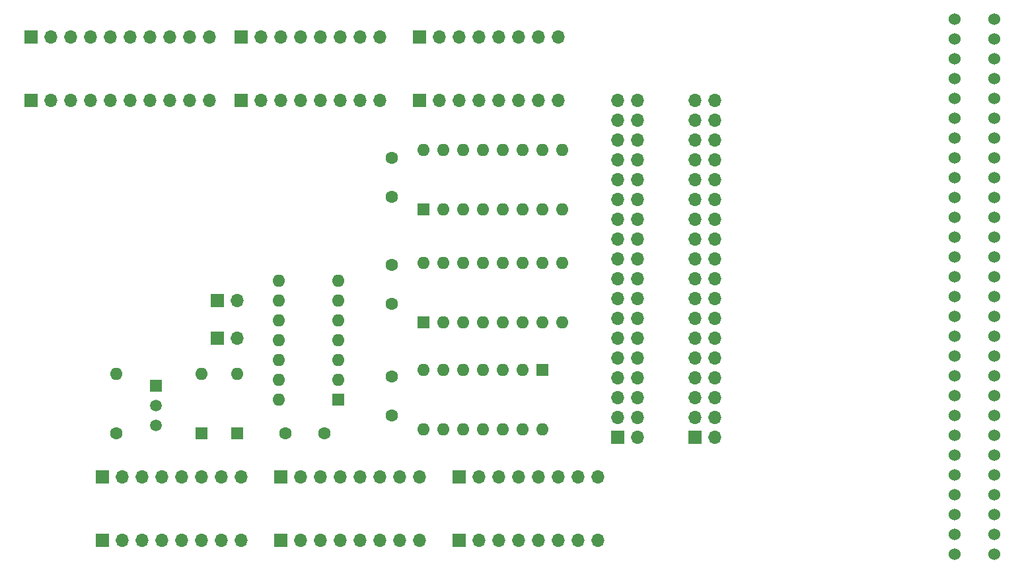
<source format=gbr>
G04 #@! TF.GenerationSoftware,KiCad,Pcbnew,(5.1.4)-1*
G04 #@! TF.CreationDate,2020-02-14T01:18:51+01:00*
G04 #@! TF.ProjectId,ZXShield,5a585368-6965-46c6-942e-6b696361645f,rev?*
G04 #@! TF.SameCoordinates,Original*
G04 #@! TF.FileFunction,Soldermask,Bot*
G04 #@! TF.FilePolarity,Negative*
%FSLAX46Y46*%
G04 Gerber Fmt 4.6, Leading zero omitted, Abs format (unit mm)*
G04 Created by KiCad (PCBNEW (5.1.4)-1) date 2020-02-14 01:18:51*
%MOMM*%
%LPD*%
G04 APERTURE LIST*
%ADD10C,1.500000*%
%ADD11R,1.500000X1.500000*%
%ADD12O,1.600000X1.600000*%
%ADD13C,1.600000*%
%ADD14C,1.524000*%
%ADD15O,1.700000X1.700000*%
%ADD16R,1.700000X1.700000*%
%ADD17R,1.600000X1.600000*%
G04 APERTURE END LIST*
D10*
X130810000Y-107442000D03*
X130810000Y-109982000D03*
D11*
X130810000Y-104902000D03*
D12*
X125730000Y-103378000D03*
D13*
X125730000Y-110998000D03*
D14*
X233192000Y-93472000D03*
X233192000Y-90932000D03*
X233192000Y-88392000D03*
X233192000Y-85852000D03*
X233192000Y-83312000D03*
X233192000Y-80772000D03*
X233192000Y-78232000D03*
X233192000Y-75692000D03*
X233192000Y-73152000D03*
X233192000Y-70612000D03*
X233192000Y-68072000D03*
X233192000Y-65532000D03*
X233192000Y-62992000D03*
X233192000Y-60452000D03*
X233192000Y-57912000D03*
X233192000Y-96012000D03*
X233192000Y-98552000D03*
X233192000Y-101092000D03*
X233192000Y-103632000D03*
X233192000Y-106172000D03*
X233192000Y-108712000D03*
X233192000Y-111252000D03*
X233192000Y-113792000D03*
X233192000Y-116332000D03*
X233192000Y-118872000D03*
X233192000Y-121412000D03*
X233192000Y-123952000D03*
X233192000Y-126492000D03*
X238232000Y-126492000D03*
X238232000Y-123952000D03*
X238232000Y-121412000D03*
X238232000Y-118872000D03*
X238232000Y-116332000D03*
X238232000Y-113792000D03*
X238232000Y-111252000D03*
X238232000Y-108712000D03*
X238232000Y-106172000D03*
X238232000Y-103632000D03*
X238232000Y-101092000D03*
X238232000Y-98552000D03*
X238232000Y-96012000D03*
X238232000Y-57912000D03*
X238232000Y-60452000D03*
X238232000Y-62992000D03*
X238232000Y-65532000D03*
X238232000Y-68072000D03*
X238232000Y-70612000D03*
X238232000Y-73152000D03*
X238232000Y-75692000D03*
X238232000Y-78232000D03*
X238232000Y-80772000D03*
X238232000Y-83312000D03*
X238232000Y-85852000D03*
X238232000Y-88392000D03*
X238232000Y-90932000D03*
X238232000Y-93472000D03*
D15*
X202438000Y-68326000D03*
X199898000Y-68326000D03*
X202438000Y-70866000D03*
X199898000Y-70866000D03*
X202438000Y-73406000D03*
X199898000Y-73406000D03*
X202438000Y-75946000D03*
X199898000Y-75946000D03*
X202438000Y-78486000D03*
X199898000Y-78486000D03*
X202438000Y-81026000D03*
X199898000Y-81026000D03*
X202438000Y-83566000D03*
X199898000Y-83566000D03*
X202438000Y-86106000D03*
X199898000Y-86106000D03*
X202438000Y-88646000D03*
X199898000Y-88646000D03*
X202438000Y-91186000D03*
X199898000Y-91186000D03*
X202438000Y-93726000D03*
X199898000Y-93726000D03*
X202438000Y-96266000D03*
X199898000Y-96266000D03*
X202438000Y-98806000D03*
X199898000Y-98806000D03*
X202438000Y-101346000D03*
X199898000Y-101346000D03*
X202438000Y-103886000D03*
X199898000Y-103886000D03*
X202438000Y-106426000D03*
X199898000Y-106426000D03*
X202438000Y-108966000D03*
X199898000Y-108966000D03*
X202438000Y-111506000D03*
D16*
X199898000Y-111506000D03*
D13*
X161036000Y-80692000D03*
X161036000Y-75692000D03*
D17*
X165100000Y-82296000D03*
D12*
X182880000Y-74676000D03*
X167640000Y-82296000D03*
X180340000Y-74676000D03*
X170180000Y-82296000D03*
X177800000Y-74676000D03*
X172720000Y-82296000D03*
X175260000Y-74676000D03*
X175260000Y-82296000D03*
X172720000Y-74676000D03*
X177800000Y-82296000D03*
X170180000Y-74676000D03*
X180340000Y-82296000D03*
X167640000Y-74676000D03*
X182880000Y-82296000D03*
X165100000Y-74676000D03*
D15*
X141224000Y-93980000D03*
D16*
X138684000Y-93980000D03*
D15*
X141224000Y-98806000D03*
D16*
X138684000Y-98806000D03*
D12*
X141218000Y-103378000D03*
D17*
X141218000Y-110998000D03*
D12*
X136652000Y-103378000D03*
D17*
X136652000Y-110998000D03*
D15*
X182372000Y-60198000D03*
X179832000Y-60198000D03*
X177292000Y-60198000D03*
X174752000Y-60198000D03*
X172212000Y-60198000D03*
X169672000Y-60198000D03*
X167132000Y-60198000D03*
D16*
X164592000Y-60198000D03*
D15*
X159512000Y-60198000D03*
X156972000Y-60198000D03*
X154432000Y-60198000D03*
X151892000Y-60198000D03*
X149352000Y-60198000D03*
X146812000Y-60198000D03*
X144272000Y-60198000D03*
D16*
X141732000Y-60198000D03*
D15*
X137668000Y-60198000D03*
X135128000Y-60198000D03*
X132588000Y-60198000D03*
X130048000Y-60198000D03*
X127508000Y-60198000D03*
X124968000Y-60198000D03*
X122428000Y-60198000D03*
X119888000Y-60198000D03*
X117348000Y-60198000D03*
D16*
X114808000Y-60198000D03*
D15*
X187452000Y-124714000D03*
X184912000Y-124714000D03*
X182372000Y-124714000D03*
X179832000Y-124714000D03*
X177292000Y-124714000D03*
X174752000Y-124714000D03*
X172212000Y-124714000D03*
D16*
X169672000Y-124714000D03*
D15*
X164592000Y-124714000D03*
X162052000Y-124714000D03*
X159512000Y-124714000D03*
X156972000Y-124714000D03*
X154432000Y-124714000D03*
X151892000Y-124714000D03*
X149352000Y-124714000D03*
D16*
X146812000Y-124714000D03*
D15*
X141732000Y-124714000D03*
X139192000Y-124714000D03*
X136652000Y-124714000D03*
X134112000Y-124714000D03*
X131572000Y-124714000D03*
X129032000Y-124714000D03*
X126492000Y-124714000D03*
D16*
X123952000Y-124714000D03*
D15*
X182372000Y-68326000D03*
X179832000Y-68326000D03*
X177292000Y-68326000D03*
X174752000Y-68326000D03*
X172212000Y-68326000D03*
X169672000Y-68326000D03*
X167132000Y-68326000D03*
D16*
X164592000Y-68326000D03*
D15*
X159512000Y-68326000D03*
X156972000Y-68326000D03*
X154432000Y-68326000D03*
X151892000Y-68326000D03*
X149352000Y-68326000D03*
X146812000Y-68326000D03*
X144272000Y-68326000D03*
D16*
X141732000Y-68326000D03*
D15*
X137668000Y-68326000D03*
X135128000Y-68326000D03*
X132588000Y-68326000D03*
X130048000Y-68326000D03*
X127508000Y-68326000D03*
X124968000Y-68326000D03*
X122428000Y-68326000D03*
X119888000Y-68326000D03*
X117348000Y-68326000D03*
D16*
X114808000Y-68326000D03*
D15*
X187452000Y-116586000D03*
X184912000Y-116586000D03*
X182372000Y-116586000D03*
X179832000Y-116586000D03*
X177292000Y-116586000D03*
X174752000Y-116586000D03*
X172212000Y-116586000D03*
D16*
X169672000Y-116586000D03*
D15*
X164592000Y-116586000D03*
X162052000Y-116586000D03*
X159512000Y-116586000D03*
X156972000Y-116586000D03*
X154432000Y-116586000D03*
X151892000Y-116586000D03*
X149352000Y-116586000D03*
D16*
X146812000Y-116586000D03*
D15*
X141732000Y-116586000D03*
X139192000Y-116586000D03*
X136652000Y-116586000D03*
X134112000Y-116586000D03*
X131572000Y-116586000D03*
X129032000Y-116586000D03*
X126492000Y-116586000D03*
D16*
X123952000Y-116586000D03*
D15*
X192532000Y-68326000D03*
X189992000Y-68326000D03*
X192532000Y-70866000D03*
X189992000Y-70866000D03*
X192532000Y-73406000D03*
X189992000Y-73406000D03*
X192532000Y-75946000D03*
X189992000Y-75946000D03*
X192532000Y-78486000D03*
X189992000Y-78486000D03*
X192532000Y-81026000D03*
X189992000Y-81026000D03*
X192532000Y-83566000D03*
X189992000Y-83566000D03*
X192532000Y-86106000D03*
X189992000Y-86106000D03*
X192532000Y-88646000D03*
X189992000Y-88646000D03*
X192532000Y-91186000D03*
X189992000Y-91186000D03*
X192532000Y-93726000D03*
X189992000Y-93726000D03*
X192532000Y-96266000D03*
X189992000Y-96266000D03*
X192532000Y-98806000D03*
X189992000Y-98806000D03*
X192532000Y-101346000D03*
X189992000Y-101346000D03*
X192532000Y-103886000D03*
X189992000Y-103886000D03*
X192532000Y-106426000D03*
X189992000Y-106426000D03*
X192532000Y-108966000D03*
X189992000Y-108966000D03*
X192532000Y-111506000D03*
D16*
X189992000Y-111506000D03*
D17*
X154178000Y-106680000D03*
D12*
X146558000Y-91440000D03*
X154178000Y-104140000D03*
X146558000Y-93980000D03*
X154178000Y-101600000D03*
X146558000Y-96520000D03*
X154178000Y-99060000D03*
X146558000Y-99060000D03*
X154178000Y-96520000D03*
X146558000Y-101600000D03*
X154178000Y-93980000D03*
X146558000Y-104140000D03*
X154178000Y-91440000D03*
X146558000Y-106680000D03*
D13*
X161036000Y-94408000D03*
X161036000Y-89408000D03*
X161036000Y-103712000D03*
X161036000Y-108712000D03*
X147400000Y-110998000D03*
X152400000Y-110998000D03*
D17*
X165100000Y-96774000D03*
D12*
X182880000Y-89154000D03*
X167640000Y-96774000D03*
X180340000Y-89154000D03*
X170180000Y-96774000D03*
X177800000Y-89154000D03*
X172720000Y-96774000D03*
X175260000Y-89154000D03*
X175260000Y-96774000D03*
X172720000Y-89154000D03*
X177800000Y-96774000D03*
X170180000Y-89154000D03*
X180340000Y-96774000D03*
X167640000Y-89154000D03*
X182880000Y-96774000D03*
X165100000Y-89154000D03*
X180340000Y-110490000D03*
X165100000Y-102870000D03*
X177800000Y-110490000D03*
X167640000Y-102870000D03*
X175260000Y-110490000D03*
X170180000Y-102870000D03*
X172720000Y-110490000D03*
X172720000Y-102870000D03*
X170180000Y-110490000D03*
X175260000Y-102870000D03*
X167640000Y-110490000D03*
X177800000Y-102870000D03*
X165100000Y-110490000D03*
D17*
X180340000Y-102870000D03*
M02*

</source>
